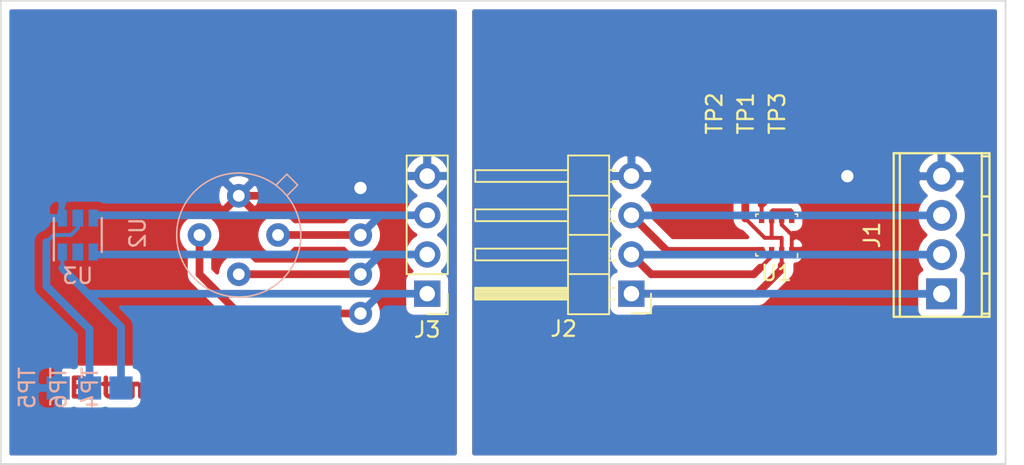
<source format=kicad_pcb>
(kicad_pcb (version 20171130) (host pcbnew 5.1.10-88a1d61d58~88~ubuntu20.04.1)

  (general
    (thickness 1.6)
    (drawings 8)
    (tracks 77)
    (zones 0)
    (modules 12)
    (nets 7)
  )

  (page A4)
  (title_block
    (date 2021-07-09)
  )

  (layers
    (0 F.Cu signal)
    (31 B.Cu signal)
    (32 B.Adhes user)
    (33 F.Adhes user)
    (34 B.Paste user)
    (35 F.Paste user)
    (36 B.SilkS user)
    (37 F.SilkS user)
    (38 B.Mask user)
    (39 F.Mask user)
    (40 Dwgs.User user)
    (41 Cmts.User user)
    (42 Eco1.User user)
    (43 Eco2.User user)
    (44 Edge.Cuts user)
    (45 Margin user)
    (46 B.CrtYd user)
    (47 F.CrtYd user)
    (48 B.Fab user)
    (49 F.Fab user)
  )

  (setup
    (last_trace_width 0.25)
    (user_trace_width 0.5)
    (trace_clearance 0.2)
    (zone_clearance 0.508)
    (zone_45_only no)
    (trace_min 0.2)
    (via_size 0.8)
    (via_drill 0.4)
    (via_min_size 0.4)
    (via_min_drill 0.3)
    (user_via 1.5 0.8)
    (uvia_size 0.3)
    (uvia_drill 0.1)
    (uvias_allowed no)
    (uvia_min_size 0.2)
    (uvia_min_drill 0.1)
    (edge_width 0.1)
    (segment_width 0.2)
    (pcb_text_width 0.3)
    (pcb_text_size 1.5 1.5)
    (mod_edge_width 0.15)
    (mod_text_size 1 1)
    (mod_text_width 0.15)
    (pad_size 1.524 1.524)
    (pad_drill 0.762)
    (pad_to_mask_clearance 0)
    (aux_axis_origin 0 0)
    (visible_elements FFFFFF7F)
    (pcbplotparams
      (layerselection 0x010fc_ffffffff)
      (usegerberextensions false)
      (usegerberattributes true)
      (usegerberadvancedattributes true)
      (creategerberjobfile true)
      (excludeedgelayer true)
      (linewidth 0.100000)
      (plotframeref false)
      (viasonmask false)
      (mode 1)
      (useauxorigin false)
      (hpglpennumber 1)
      (hpglpenspeed 20)
      (hpglpendiameter 15.000000)
      (psnegative false)
      (psa4output false)
      (plotreference true)
      (plotvalue true)
      (plotinvisibletext false)
      (padsonsilk false)
      (subtractmaskfromsilk false)
      (outputformat 1)
      (mirror false)
      (drillshape 1)
      (scaleselection 1)
      (outputdirectory ""))
  )

  (net 0 "")
  (net 1 GND)
  (net 2 SCL)
  (net 3 SDA)
  (net 4 3V3)
  (net 5 "Net-(TP1-Pad1)")
  (net 6 "Net-(TP6-Pad1)")

  (net_class Default "This is the default net class."
    (clearance 0.2)
    (trace_width 0.25)
    (via_dia 0.8)
    (via_drill 0.4)
    (uvia_dia 0.3)
    (uvia_drill 0.1)
    (add_net 3V3)
    (add_net GND)
    (add_net "Net-(TP1-Pad1)")
    (add_net "Net-(TP6-Pad1)")
    (add_net SCL)
    (add_net SDA)
  )

  (module local:MLX90614 (layer B.Cu) (tedit 60E95D2B) (tstamp 60E82A43)
    (at 120.396 90.17 90)
    (path /60E4AD0A)
    (fp_text reference U2 (at 0.127 -6.5405 90) (layer B.SilkS)
      (effects (font (size 1 1) (thickness 0.15)) (justify mirror))
    )
    (fp_text value MLX90614 (at 0.0635 5.9055 90) (layer B.Fab)
      (effects (font (size 1 1) (thickness 0.15)) (justify mirror))
    )
    (fp_circle (center 0 0) (end 3.81 -1.27) (layer B.SilkS) (width 0.1))
    (fp_line (start 2.54 3.1115) (end 3.2385 3.81) (layer B.SilkS) (width 0.1))
    (fp_line (start 3.2385 3.81) (end 3.937 3.1115) (layer B.SilkS) (width 0.1))
    (fp_line (start 3.937 3.1115) (end 3.2385 2.413) (layer B.SilkS) (width 0.1))
    (pad 4 thru_hole circle (at 2.54 0 90) (size 1.524 1.524) (drill 0.762) (layers *.Cu *.Mask)
      (net 1 GND))
    (pad 3 thru_hole circle (at 0 -2.54 90) (size 1.524 1.524) (drill 0.762) (layers *.Cu *.Mask)
      (net 4 3V3))
    (pad 2 thru_hole circle (at -2.54 0 90) (size 1.524 1.524) (drill 0.762) (layers *.Cu *.Mask)
      (net 3 SDA))
    (pad 1 thru_hole circle (at 0 2.54 90) (size 1.524 1.524) (drill 0.762) (layers *.Cu *.Mask)
      (net 2 SCL))
  )

  (module Pin_Headers:Pin_Header_Angled_1x04_Pitch2.54mm (layer F.Cu) (tedit 59650532) (tstamp 60E8425A)
    (at 145.796 93.97 180)
    (descr "Through hole angled pin header, 1x04, 2.54mm pitch, 6mm pin length, single row")
    (tags "Through hole angled pin header THT 1x04 2.54mm single row")
    (path /60E9548C)
    (fp_text reference J2 (at 4.385 -2.27) (layer F.SilkS)
      (effects (font (size 1 1) (thickness 0.15)))
    )
    (fp_text value Conn_01x04_Female (at 4.385 9.89) (layer F.Fab)
      (effects (font (size 1 1) (thickness 0.15)))
    )
    (fp_line (start 10.55 -1.8) (end -1.8 -1.8) (layer F.CrtYd) (width 0.05))
    (fp_line (start 10.55 9.4) (end 10.55 -1.8) (layer F.CrtYd) (width 0.05))
    (fp_line (start -1.8 9.4) (end 10.55 9.4) (layer F.CrtYd) (width 0.05))
    (fp_line (start -1.8 -1.8) (end -1.8 9.4) (layer F.CrtYd) (width 0.05))
    (fp_line (start -1.27 -1.27) (end 0 -1.27) (layer F.SilkS) (width 0.12))
    (fp_line (start -1.27 0) (end -1.27 -1.27) (layer F.SilkS) (width 0.12))
    (fp_line (start 1.042929 8) (end 1.44 8) (layer F.SilkS) (width 0.12))
    (fp_line (start 1.042929 7.24) (end 1.44 7.24) (layer F.SilkS) (width 0.12))
    (fp_line (start 10.1 8) (end 4.1 8) (layer F.SilkS) (width 0.12))
    (fp_line (start 10.1 7.24) (end 10.1 8) (layer F.SilkS) (width 0.12))
    (fp_line (start 4.1 7.24) (end 10.1 7.24) (layer F.SilkS) (width 0.12))
    (fp_line (start 1.44 6.35) (end 4.1 6.35) (layer F.SilkS) (width 0.12))
    (fp_line (start 1.042929 5.46) (end 1.44 5.46) (layer F.SilkS) (width 0.12))
    (fp_line (start 1.042929 4.7) (end 1.44 4.7) (layer F.SilkS) (width 0.12))
    (fp_line (start 10.1 5.46) (end 4.1 5.46) (layer F.SilkS) (width 0.12))
    (fp_line (start 10.1 4.7) (end 10.1 5.46) (layer F.SilkS) (width 0.12))
    (fp_line (start 4.1 4.7) (end 10.1 4.7) (layer F.SilkS) (width 0.12))
    (fp_line (start 1.44 3.81) (end 4.1 3.81) (layer F.SilkS) (width 0.12))
    (fp_line (start 1.042929 2.92) (end 1.44 2.92) (layer F.SilkS) (width 0.12))
    (fp_line (start 1.042929 2.16) (end 1.44 2.16) (layer F.SilkS) (width 0.12))
    (fp_line (start 10.1 2.92) (end 4.1 2.92) (layer F.SilkS) (width 0.12))
    (fp_line (start 10.1 2.16) (end 10.1 2.92) (layer F.SilkS) (width 0.12))
    (fp_line (start 4.1 2.16) (end 10.1 2.16) (layer F.SilkS) (width 0.12))
    (fp_line (start 1.44 1.27) (end 4.1 1.27) (layer F.SilkS) (width 0.12))
    (fp_line (start 1.11 0.38) (end 1.44 0.38) (layer F.SilkS) (width 0.12))
    (fp_line (start 1.11 -0.38) (end 1.44 -0.38) (layer F.SilkS) (width 0.12))
    (fp_line (start 4.1 0.28) (end 10.1 0.28) (layer F.SilkS) (width 0.12))
    (fp_line (start 4.1 0.16) (end 10.1 0.16) (layer F.SilkS) (width 0.12))
    (fp_line (start 4.1 0.04) (end 10.1 0.04) (layer F.SilkS) (width 0.12))
    (fp_line (start 4.1 -0.08) (end 10.1 -0.08) (layer F.SilkS) (width 0.12))
    (fp_line (start 4.1 -0.2) (end 10.1 -0.2) (layer F.SilkS) (width 0.12))
    (fp_line (start 4.1 -0.32) (end 10.1 -0.32) (layer F.SilkS) (width 0.12))
    (fp_line (start 10.1 0.38) (end 4.1 0.38) (layer F.SilkS) (width 0.12))
    (fp_line (start 10.1 -0.38) (end 10.1 0.38) (layer F.SilkS) (width 0.12))
    (fp_line (start 4.1 -0.38) (end 10.1 -0.38) (layer F.SilkS) (width 0.12))
    (fp_line (start 4.1 -1.33) (end 1.44 -1.33) (layer F.SilkS) (width 0.12))
    (fp_line (start 4.1 8.95) (end 4.1 -1.33) (layer F.SilkS) (width 0.12))
    (fp_line (start 1.44 8.95) (end 4.1 8.95) (layer F.SilkS) (width 0.12))
    (fp_line (start 1.44 -1.33) (end 1.44 8.95) (layer F.SilkS) (width 0.12))
    (fp_line (start 4.04 7.94) (end 10.04 7.94) (layer F.Fab) (width 0.1))
    (fp_line (start 10.04 7.3) (end 10.04 7.94) (layer F.Fab) (width 0.1))
    (fp_line (start 4.04 7.3) (end 10.04 7.3) (layer F.Fab) (width 0.1))
    (fp_line (start -0.32 7.94) (end 1.5 7.94) (layer F.Fab) (width 0.1))
    (fp_line (start -0.32 7.3) (end -0.32 7.94) (layer F.Fab) (width 0.1))
    (fp_line (start -0.32 7.3) (end 1.5 7.3) (layer F.Fab) (width 0.1))
    (fp_line (start 4.04 5.4) (end 10.04 5.4) (layer F.Fab) (width 0.1))
    (fp_line (start 10.04 4.76) (end 10.04 5.4) (layer F.Fab) (width 0.1))
    (fp_line (start 4.04 4.76) (end 10.04 4.76) (layer F.Fab) (width 0.1))
    (fp_line (start -0.32 5.4) (end 1.5 5.4) (layer F.Fab) (width 0.1))
    (fp_line (start -0.32 4.76) (end -0.32 5.4) (layer F.Fab) (width 0.1))
    (fp_line (start -0.32 4.76) (end 1.5 4.76) (layer F.Fab) (width 0.1))
    (fp_line (start 4.04 2.86) (end 10.04 2.86) (layer F.Fab) (width 0.1))
    (fp_line (start 10.04 2.22) (end 10.04 2.86) (layer F.Fab) (width 0.1))
    (fp_line (start 4.04 2.22) (end 10.04 2.22) (layer F.Fab) (width 0.1))
    (fp_line (start -0.32 2.86) (end 1.5 2.86) (layer F.Fab) (width 0.1))
    (fp_line (start -0.32 2.22) (end -0.32 2.86) (layer F.Fab) (width 0.1))
    (fp_line (start -0.32 2.22) (end 1.5 2.22) (layer F.Fab) (width 0.1))
    (fp_line (start 4.04 0.32) (end 10.04 0.32) (layer F.Fab) (width 0.1))
    (fp_line (start 10.04 -0.32) (end 10.04 0.32) (layer F.Fab) (width 0.1))
    (fp_line (start 4.04 -0.32) (end 10.04 -0.32) (layer F.Fab) (width 0.1))
    (fp_line (start -0.32 0.32) (end 1.5 0.32) (layer F.Fab) (width 0.1))
    (fp_line (start -0.32 -0.32) (end -0.32 0.32) (layer F.Fab) (width 0.1))
    (fp_line (start -0.32 -0.32) (end 1.5 -0.32) (layer F.Fab) (width 0.1))
    (fp_line (start 1.5 -0.635) (end 2.135 -1.27) (layer F.Fab) (width 0.1))
    (fp_line (start 1.5 8.89) (end 1.5 -0.635) (layer F.Fab) (width 0.1))
    (fp_line (start 4.04 8.89) (end 1.5 8.89) (layer F.Fab) (width 0.1))
    (fp_line (start 4.04 -1.27) (end 4.04 8.89) (layer F.Fab) (width 0.1))
    (fp_line (start 2.135 -1.27) (end 4.04 -1.27) (layer F.Fab) (width 0.1))
    (fp_text user %R (at 2.77 3.81 90) (layer F.Fab)
      (effects (font (size 1 1) (thickness 0.15)))
    )
    (pad 4 thru_hole oval (at 0 7.62 180) (size 1.7 1.7) (drill 1) (layers *.Cu *.Mask)
      (net 1 GND))
    (pad 3 thru_hole oval (at 0 5.08 180) (size 1.7 1.7) (drill 1) (layers *.Cu *.Mask)
      (net 2 SCL))
    (pad 2 thru_hole oval (at 0 2.54 180) (size 1.7 1.7) (drill 1) (layers *.Cu *.Mask)
      (net 3 SDA))
    (pad 1 thru_hole rect (at 0 0 180) (size 1.7 1.7) (drill 1) (layers *.Cu *.Mask)
      (net 4 3V3))
    (model ${KISYS3DMOD}/Pin_Headers.3dshapes/Pin_Header_Angled_1x04_Pitch2.54mm.wrl
      (at (xyz 0 0 0))
      (scale (xyz 1 1 1))
      (rotate (xyz 0 0 0))
    )
    (model ${KISYS3DMOD}/Connector_PinSocket_2.54mm.3dshapes/PinSocket_1x04_P2.54mm_Horizontal.wrl
      (offset (xyz 0 -7.5 0))
      (scale (xyz 1 1 1))
      (rotate (xyz 0 0 180))
    )
  )

  (module TerminalBlocks_Phoenix:TerminalBlock_Phoenix_MPT-2.54mm_4pol (layer F.Cu) (tedit 59FF0755) (tstamp 60E84309)
    (at 165.862 93.98 90)
    (descr "4-way 2.54mm pitch terminal block, Phoenix MPT series")
    (path /60E89144)
    (fp_text reference J1 (at 3.81 -4.50088 90) (layer F.SilkS)
      (effects (font (size 1 1) (thickness 0.15)))
    )
    (fp_text value "MCU Connection" (at 3.81 4.50088 90) (layer F.Fab)
      (effects (font (size 1 1) (thickness 0.15)))
    )
    (fp_line (start -1.78 -3.3) (end 9.4 -3.3) (layer F.CrtYd) (width 0.05))
    (fp_line (start -1.78 3.3) (end -1.78 -3.3) (layer F.CrtYd) (width 0.05))
    (fp_line (start 9.4 3.3) (end -1.78 3.3) (layer F.CrtYd) (width 0.05))
    (fp_line (start 9.4 -3.3) (end 9.4 3.3) (layer F.CrtYd) (width 0.05))
    (fp_line (start 9.11098 -3.0988) (end -1.49098 -3.0988) (layer F.SilkS) (width 0.15))
    (fp_line (start -1.49098 -2.70002) (end 9.11098 -2.70002) (layer F.SilkS) (width 0.15))
    (fp_line (start -1.49098 2.60096) (end 9.11098 2.60096) (layer F.SilkS) (width 0.15))
    (fp_line (start 9.11098 3.0988) (end -1.49098 3.0988) (layer F.SilkS) (width 0.15))
    (fp_line (start 6.30682 2.60096) (end 6.30682 3.0988) (layer F.SilkS) (width 0.15))
    (fp_line (start 3.81 2.60096) (end 3.81 3.0988) (layer F.SilkS) (width 0.15))
    (fp_line (start -1.28778 3.0988) (end -1.28778 2.60096) (layer F.SilkS) (width 0.15))
    (fp_line (start 8.91032 2.60096) (end 8.91032 3.0988) (layer F.SilkS) (width 0.15))
    (fp_line (start 1.31318 3.0988) (end 1.31318 2.60096) (layer F.SilkS) (width 0.15))
    (fp_line (start 9.10844 3.0988) (end 9.10844 -3.0988) (layer F.SilkS) (width 0.15))
    (fp_line (start -1.4859 -3.0988) (end -1.4859 3.0988) (layer F.SilkS) (width 0.15))
    (fp_text user %R (at 3.81 0 90) (layer F.Fab)
      (effects (font (size 1 1) (thickness 0.15)))
    )
    (pad 4 thru_hole oval (at 7.62 0 270) (size 1.99898 1.99898) (drill 1.09728) (layers *.Cu *.Mask)
      (net 1 GND))
    (pad 1 thru_hole rect (at 0 0 270) (size 1.99898 1.99898) (drill 1.09728) (layers *.Cu *.Mask)
      (net 4 3V3))
    (pad 2 thru_hole oval (at 2.54 0 270) (size 1.99898 1.99898) (drill 1.09728) (layers *.Cu *.Mask)
      (net 3 SDA))
    (pad 3 thru_hole oval (at 5.08 0 270) (size 1.99898 1.99898) (drill 1.09728) (layers *.Cu *.Mask)
      (net 2 SCL))
    (model ${KISYS3DMOD}/TerminalBlock_Phoenix.3dshapes/TerminalBlock_Phoenix_MPT-2.54mm_4pol.wrl
      (offset (xyz 3.809999942779541 0 0))
      (scale (xyz 1 1 1))
      (rotate (xyz 0 0 0))
    )
    (model ${KISYS3DMOD}/TerminalBlock_Phoenix.3dshapes/TerminalBlock_Phoenix_MPT-0,5-4-2.54_1x04_P2.54mm_Horizontal.step
      (at (xyz 0 0 0))
      (scale (xyz 1 1 1))
      (rotate (xyz 0 0 0))
    )
  )

  (module Pin_Headers:Pin_Header_Straight_1x04_Pitch2.54mm (layer F.Cu) (tedit 59650532) (tstamp 60E82BBA)
    (at 132.588 93.97 180)
    (descr "Through hole straight pin header, 1x04, 2.54mm pitch, single row")
    (tags "Through hole pin header THT 1x04 2.54mm single row")
    (path /60E95CD5)
    (fp_text reference J3 (at 0 -2.33) (layer F.SilkS)
      (effects (font (size 1 1) (thickness 0.15)))
    )
    (fp_text value Conn_01x04_Male (at 0 9.95) (layer F.Fab)
      (effects (font (size 1 1) (thickness 0.15)))
    )
    (fp_line (start 1.8 -1.8) (end -1.8 -1.8) (layer F.CrtYd) (width 0.05))
    (fp_line (start 1.8 9.4) (end 1.8 -1.8) (layer F.CrtYd) (width 0.05))
    (fp_line (start -1.8 9.4) (end 1.8 9.4) (layer F.CrtYd) (width 0.05))
    (fp_line (start -1.8 -1.8) (end -1.8 9.4) (layer F.CrtYd) (width 0.05))
    (fp_line (start -1.33 -1.33) (end 0 -1.33) (layer F.SilkS) (width 0.12))
    (fp_line (start -1.33 0) (end -1.33 -1.33) (layer F.SilkS) (width 0.12))
    (fp_line (start -1.33 1.27) (end 1.33 1.27) (layer F.SilkS) (width 0.12))
    (fp_line (start 1.33 1.27) (end 1.33 8.95) (layer F.SilkS) (width 0.12))
    (fp_line (start -1.33 1.27) (end -1.33 8.95) (layer F.SilkS) (width 0.12))
    (fp_line (start -1.33 8.95) (end 1.33 8.95) (layer F.SilkS) (width 0.12))
    (fp_line (start -1.27 -0.635) (end -0.635 -1.27) (layer F.Fab) (width 0.1))
    (fp_line (start -1.27 8.89) (end -1.27 -0.635) (layer F.Fab) (width 0.1))
    (fp_line (start 1.27 8.89) (end -1.27 8.89) (layer F.Fab) (width 0.1))
    (fp_line (start 1.27 -1.27) (end 1.27 8.89) (layer F.Fab) (width 0.1))
    (fp_line (start -0.635 -1.27) (end 1.27 -1.27) (layer F.Fab) (width 0.1))
    (fp_text user %R (at 0 3.81 90) (layer F.Fab)
      (effects (font (size 1 1) (thickness 0.15)))
    )
    (pad 4 thru_hole oval (at 0 7.62 180) (size 1.7 1.7) (drill 1) (layers *.Cu *.Mask)
      (net 1 GND))
    (pad 3 thru_hole oval (at 0 5.08 180) (size 1.7 1.7) (drill 1) (layers *.Cu *.Mask)
      (net 2 SCL))
    (pad 2 thru_hole oval (at 0 2.54 180) (size 1.7 1.7) (drill 1) (layers *.Cu *.Mask)
      (net 3 SDA))
    (pad 1 thru_hole rect (at 0 0 180) (size 1.7 1.7) (drill 1) (layers *.Cu *.Mask)
      (net 4 3V3))
    (model ${KISYS3DMOD}/Pin_Headers.3dshapes/Pin_Header_Straight_1x04_Pitch2.54mm.wrl
      (at (xyz 0 0 0))
      (scale (xyz 1 1 1))
      (rotate (xyz 0 0 0))
    )
    (model ${KISYS3DMOD}/Connector_PinHeader_2.54mm.3dshapes/PinHeader_1x04_P2.54mm_Vertical.step
      (at (xyz 0 0 0))
      (scale (xyz 1 1 1))
      (rotate (xyz 0 0 0))
    )
  )

  (module Measurement_Points:Measurement_Point_Square-SMD-Pad_Small (layer F.Cu) (tedit 56C36007) (tstamp 60E82BC3)
    (at 155.194 82.296 90)
    (descr "Mesurement Point, Square, SMD Pad,  1.5mm x 1.5mm,")
    (tags "Mesurement Point Square SMD Pad 1.5x1.5mm")
    (path /60E8DEC8)
    (attr virtual)
    (fp_text reference TP1 (at 0 -2 90) (layer F.SilkS)
      (effects (font (size 1 1) (thickness 0.15)))
    )
    (fp_text value TestPoint (at 0 2 90) (layer F.Fab)
      (effects (font (size 1 1) (thickness 0.15)))
    )
    (fp_line (start -1 -1) (end 1 -1) (layer F.CrtYd) (width 0.05))
    (fp_line (start 1 -1) (end 1 1) (layer F.CrtYd) (width 0.05))
    (fp_line (start 1 1) (end -1 1) (layer F.CrtYd) (width 0.05))
    (fp_line (start -1 1) (end -1 -1) (layer F.CrtYd) (width 0.05))
    (pad 1 smd rect (at 0 0 90) (size 1.5 1.5) (layers F.Cu F.Mask)
      (net 5 "Net-(TP1-Pad1)"))
  )

  (module Measurement_Points:Measurement_Point_Square-SMD-Pad_Small (layer F.Cu) (tedit 56C36007) (tstamp 60E82BCC)
    (at 153.162 82.296 90)
    (descr "Mesurement Point, Square, SMD Pad,  1.5mm x 1.5mm,")
    (tags "Mesurement Point Square SMD Pad 1.5x1.5mm")
    (path /60E9093E)
    (attr virtual)
    (fp_text reference TP2 (at 0 -2 90) (layer F.SilkS)
      (effects (font (size 1 1) (thickness 0.15)))
    )
    (fp_text value TestPoint (at 0 2 90) (layer F.Fab)
      (effects (font (size 1 1) (thickness 0.15)))
    )
    (fp_line (start -1 -1) (end 1 -1) (layer F.CrtYd) (width 0.05))
    (fp_line (start 1 -1) (end 1 1) (layer F.CrtYd) (width 0.05))
    (fp_line (start 1 1) (end -1 1) (layer F.CrtYd) (width 0.05))
    (fp_line (start -1 1) (end -1 -1) (layer F.CrtYd) (width 0.05))
    (pad 1 smd rect (at 0 0 90) (size 1.5 1.5) (layers F.Cu F.Mask)
      (net 4 3V3))
  )

  (module Measurement_Points:Measurement_Point_Square-SMD-Pad_Small (layer F.Cu) (tedit 56C36007) (tstamp 60E82BD5)
    (at 157.226 82.296 90)
    (descr "Mesurement Point, Square, SMD Pad,  1.5mm x 1.5mm,")
    (tags "Mesurement Point Square SMD Pad 1.5x1.5mm")
    (path /60E904D1)
    (attr virtual)
    (fp_text reference TP3 (at 0 -2 90) (layer F.SilkS)
      (effects (font (size 1 1) (thickness 0.15)))
    )
    (fp_text value TestPoint (at 0 2 90) (layer F.Fab)
      (effects (font (size 1 1) (thickness 0.15)))
    )
    (fp_line (start -1 1) (end -1 -1) (layer F.CrtYd) (width 0.05))
    (fp_line (start 1 1) (end -1 1) (layer F.CrtYd) (width 0.05))
    (fp_line (start 1 -1) (end 1 1) (layer F.CrtYd) (width 0.05))
    (fp_line (start -1 -1) (end 1 -1) (layer F.CrtYd) (width 0.05))
    (pad 1 smd rect (at 0 0 90) (size 1.5 1.5) (layers F.Cu F.Mask)
      (net 1 GND))
  )

  (module Measurement_Points:Measurement_Point_Square-SMD-Pad_Small (layer B.Cu) (tedit 56C36007) (tstamp 60E82BDE)
    (at 112.776 100.076 270)
    (descr "Mesurement Point, Square, SMD Pad,  1.5mm x 1.5mm,")
    (tags "Mesurement Point Square SMD Pad 1.5x1.5mm")
    (path /60E858B9)
    (attr virtual)
    (fp_text reference TP4 (at 0 2 90) (layer B.SilkS)
      (effects (font (size 1 1) (thickness 0.15)) (justify mirror))
    )
    (fp_text value TestPoint (at 0 -2 90) (layer B.Fab)
      (effects (font (size 1 1) (thickness 0.15)) (justify mirror))
    )
    (fp_line (start -1 -1) (end -1 1) (layer B.CrtYd) (width 0.05))
    (fp_line (start 1 -1) (end -1 -1) (layer B.CrtYd) (width 0.05))
    (fp_line (start 1 1) (end 1 -1) (layer B.CrtYd) (width 0.05))
    (fp_line (start -1 1) (end 1 1) (layer B.CrtYd) (width 0.05))
    (pad 1 smd rect (at 0 0 270) (size 1.5 1.5) (layers B.Cu B.Mask)
      (net 4 3V3))
  )

  (module Measurement_Points:Measurement_Point_Square-SMD-Pad_Small (layer B.Cu) (tedit 56C36007) (tstamp 60E82BE7)
    (at 108.712 100.076 270)
    (descr "Mesurement Point, Square, SMD Pad,  1.5mm x 1.5mm,")
    (tags "Mesurement Point Square SMD Pad 1.5x1.5mm")
    (path /60E84641)
    (attr virtual)
    (fp_text reference TP5 (at 0 2 90) (layer B.SilkS)
      (effects (font (size 1 1) (thickness 0.15)) (justify mirror))
    )
    (fp_text value TestPoint (at 0 -2 90) (layer B.Fab)
      (effects (font (size 1 1) (thickness 0.15)) (justify mirror))
    )
    (fp_line (start -1 1) (end 1 1) (layer B.CrtYd) (width 0.05))
    (fp_line (start 1 1) (end 1 -1) (layer B.CrtYd) (width 0.05))
    (fp_line (start 1 -1) (end -1 -1) (layer B.CrtYd) (width 0.05))
    (fp_line (start -1 -1) (end -1 1) (layer B.CrtYd) (width 0.05))
    (pad 1 smd rect (at 0 0 270) (size 1.5 1.5) (layers B.Cu B.Mask)
      (net 1 GND))
  )

  (module Measurement_Points:Measurement_Point_Square-SMD-Pad_Small (layer B.Cu) (tedit 56C36007) (tstamp 60E82BF0)
    (at 110.744 100.076 270)
    (descr "Mesurement Point, Square, SMD Pad,  1.5mm x 1.5mm,")
    (tags "Mesurement Point Square SMD Pad 1.5x1.5mm")
    (path /60E82B8A)
    (attr virtual)
    (fp_text reference TP6 (at 0 2 90) (layer B.SilkS)
      (effects (font (size 1 1) (thickness 0.15)) (justify mirror))
    )
    (fp_text value TestPoint (at 0 -2 90) (layer B.Fab)
      (effects (font (size 1 1) (thickness 0.15)) (justify mirror))
    )
    (fp_line (start -1 1) (end 1 1) (layer B.CrtYd) (width 0.05))
    (fp_line (start 1 1) (end 1 -1) (layer B.CrtYd) (width 0.05))
    (fp_line (start 1 -1) (end -1 -1) (layer B.CrtYd) (width 0.05))
    (fp_line (start -1 -1) (end -1 1) (layer B.CrtYd) (width 0.05))
    (pad 1 smd rect (at 0 0 270) (size 1.5 1.5) (layers B.Cu B.Mask)
      (net 6 "Net-(TP6-Pad1)"))
  )

  (module Housings_LGA:Bosch_LGA-8_2.5x2.5mm_Pitch0.65mm_ClockwisePinNumbering (layer F.Cu) (tedit 5A0FA816) (tstamp 60E84A29)
    (at 155.194 90.17 180)
    (descr LGA-8)
    (tags "lga land grid array")
    (path /60E40D52)
    (attr smd)
    (fp_text reference U1 (at 0.015 -2.465) (layer F.SilkS)
      (effects (font (size 1 1) (thickness 0.15)))
    )
    (fp_text value BME280 (at 0.015 2.535) (layer F.Fab)
      (effects (font (size 1 1) (thickness 0.15)))
    )
    (fp_line (start -1.35 1.36) (end -1.2 1.36) (layer F.SilkS) (width 0.1))
    (fp_line (start -1.25 -0.5) (end -0.5 -1.25) (layer F.Fab) (width 0.1))
    (fp_line (start -1.35 1.35) (end -1.35 1.2) (layer F.SilkS) (width 0.1))
    (fp_line (start 1.35 1.35) (end 1.35 1.2) (layer F.SilkS) (width 0.1))
    (fp_line (start 1.35 1.35) (end 1.2 1.35) (layer F.SilkS) (width 0.1))
    (fp_line (start 1.2 -1.35) (end 1.35 -1.35) (layer F.SilkS) (width 0.1))
    (fp_line (start 1.35 -1.35) (end 1.35 -1.2) (layer F.SilkS) (width 0.1))
    (fp_line (start -1.35 -1.2) (end -1.35 -1.45) (layer F.SilkS) (width 0.1))
    (fp_line (start -1.25 1.25) (end -1.25 -0.5) (layer F.Fab) (width 0.1))
    (fp_line (start -0.5 -1.25) (end 1.25 -1.25) (layer F.Fab) (width 0.1))
    (fp_line (start 1.25 -1.25) (end 1.25 1.25) (layer F.Fab) (width 0.1))
    (fp_line (start 1.25 1.25) (end -1.25 1.25) (layer F.Fab) (width 0.1))
    (fp_line (start -1.41 1.54) (end -1.41 -1.54) (layer F.CrtYd) (width 0.05))
    (fp_line (start -1.41 -1.54) (end 1.41 -1.54) (layer F.CrtYd) (width 0.05))
    (fp_line (start 1.41 -1.54) (end 1.41 1.54) (layer F.CrtYd) (width 0.05))
    (fp_line (start 1.41 1.54) (end -1.41 1.54) (layer F.CrtYd) (width 0.05))
    (fp_text user %R (at 0 0 180) (layer F.Fab)
      (effects (font (size 0.5 0.5) (thickness 0.075)))
    )
    (pad 4 smd rect (at 0.975 -1.025 270) (size 0.5 0.35) (layers F.Cu F.Paste F.Mask)
      (net 2 SCL))
    (pad 3 smd rect (at 0.325 -1.025 270) (size 0.5 0.35) (layers F.Cu F.Paste F.Mask)
      (net 3 SDA))
    (pad 2 smd rect (at -0.325 -1.025 270) (size 0.5 0.35) (layers F.Cu F.Paste F.Mask)
      (net 4 3V3))
    (pad 1 smd rect (at -0.975 -1.025 270) (size 0.5 0.35) (layers F.Cu F.Paste F.Mask)
      (net 1 GND))
    (pad 8 smd rect (at -0.975 1.025 270) (size 0.5 0.35) (layers F.Cu F.Paste F.Mask)
      (net 4 3V3))
    (pad 7 smd rect (at -0.325 1.025 270) (size 0.5 0.35) (layers F.Cu F.Paste F.Mask)
      (net 1 GND))
    (pad 6 smd rect (at 0.325 1.025 270) (size 0.5 0.35) (layers F.Cu F.Paste F.Mask)
      (net 4 3V3))
    (pad 5 smd rect (at 0.975 1.025 270) (size 0.5 0.35) (layers F.Cu F.Paste F.Mask)
      (net 5 "Net-(TP1-Pad1)"))
    (model ${KISYS3DMOD}/Housings_LGA.3dshapes/Bosch_LGA-8_2.5x2.5mm_Pitch0.65mm_ClockwisePinNumbering.wrl
      (offset (xyz 0.01500000025472259 -0.03500000059435272 0))
      (scale (xyz 1 1 1))
      (rotate (xyz 0 0 0))
    )
  )

  (module Opto-Devices:Broadcom_APDS-9301 (layer B.Cu) (tedit 59E698BC) (tstamp 60E82C23)
    (at 109.982 90.17)
    (descr "ambient light sensor, i2c interface, 6-pin chipled package, https://docs.broadcom.com/docs/AV02-2315EN")
    (tags "ambient light sensor chipled")
    (path /60E1CEA4)
    (attr smd)
    (fp_text reference U3 (at 0 2.65) (layer B.SilkS)
      (effects (font (size 1 1) (thickness 0.15)) (justify mirror))
    )
    (fp_text value APDS-9301 (at 0 -2.65) (layer B.Fab)
      (effects (font (size 1 1) (thickness 0.15)) (justify mirror))
    )
    (fp_line (start 1.1 -1.3) (end 1.1 1.3) (layer B.Fab) (width 0.15))
    (fp_line (start 1.1 1.3) (end -0.1 1.3) (layer B.Fab) (width 0.15))
    (fp_line (start -0.1 1.3) (end -1.1 0.3) (layer B.Fab) (width 0.15))
    (fp_line (start -1.1 0.3) (end -1.1 -1.3) (layer B.Fab) (width 0.15))
    (fp_line (start -1.1 -1.3) (end 1.1 -1.3) (layer B.Fab) (width 0.15))
    (fp_line (start 1.55 1.9) (end 1.55 -1.9) (layer B.CrtYd) (width 0.05))
    (fp_line (start 1.55 -1.9) (end -1.55 -1.9) (layer B.CrtYd) (width 0.05))
    (fp_line (start -1.55 -1.9) (end -1.55 1.9) (layer B.CrtYd) (width 0.05))
    (fp_line (start -1.55 1.9) (end 1.55 1.9) (layer B.CrtYd) (width 0.05))
    (fp_line (start -1.55 1.65) (end -1.55 -1.1) (layer B.SilkS) (width 0.15))
    (fp_line (start 1.55 1.1) (end 1.55 -1.1) (layer B.SilkS) (width 0.15))
    (fp_text user %R (at 0 0) (layer B.Fab)
      (effects (font (size 0.5 0.5) (thickness 0.08)) (justify mirror))
    )
    (pad 5 smd rect (at 1 1.1) (size 0.6 1.1) (layers B.Cu B.Paste B.Mask)
      (net 3 SDA))
    (pad 6 smd rect (at 0 1.1) (size 0.7 1.1) (layers B.Cu B.Paste B.Mask))
    (pad 1 smd rect (at -1 1.1) (size 0.6 1.1) (layers B.Cu B.Paste B.Mask)
      (net 4 3V3))
    (pad 2 smd rect (at -1 -1.1) (size 0.6 1.1) (layers B.Cu B.Paste B.Mask)
      (net 1 GND))
    (pad 3 smd rect (at 0 -1.1) (size 0.7 1.1) (layers B.Cu B.Paste B.Mask)
      (net 6 "Net-(TP6-Pad1)"))
    (pad 4 smd rect (at 1 -1.1) (size 0.6 1.1) (layers B.Cu B.Paste B.Mask)
      (net 2 SCL))
    (model ${KISYS3DMOD}/Opto-Devices.3dshapes/Broadcom_APDS-9301.wrl
      (at (xyz 0 0 0))
      (scale (xyz 1 1 1))
      (rotate (xyz 0 0 0))
    )
  )

  (gr_text "Extention Sensor Board" (at 120.142 100.076) (layer F.Cu)
    (effects (font (size 1.2 1.2) (thickness 0.3)))
  )
  (gr_text "Personal Weather Station" (at 119.888 78.486) (layer F.Cu)
    (effects (font (size 1.2 1.2) (thickness 0.3)))
  )
  (gr_text "Main Sensor Board" (at 152.4 100.076) (layer F.Cu)
    (effects (font (size 1.2 1.2) (thickness 0.3)))
  )
  (gr_text "Personal Weather Station" (at 152.654 78.232) (layer F.Cu)
    (effects (font (size 1.2 1.2) (thickness 0.3)))
  )
  (gr_line (start 105 105) (end 105 75) (layer Edge.Cuts) (width 0.1) (tstamp 60E82F00))
  (gr_line (start 170 105) (end 105 105) (layer Edge.Cuts) (width 0.1))
  (gr_line (start 170 75) (end 170 105) (layer Edge.Cuts) (width 0.1))
  (gr_line (start 105 75) (end 170 75) (layer Edge.Cuts) (width 0.1))

  (segment (start 156.169 90.155002) (end 155.519 89.505002) (width 0.25) (layer F.Cu) (net 1))
  (segment (start 155.519 89.505002) (end 155.519 89.145) (width 0.25) (layer F.Cu) (net 1))
  (segment (start 156.169 91.195) (end 156.169 90.155002) (width 0.25) (layer F.Cu) (net 1))
  (via (at 159.766 86.36) (size 1.5) (drill 0.8) (layers F.Cu B.Cu) (net 1))
  (segment (start 158.496 86.36) (end 157.226 85.09) (width 0.5) (layer F.Cu) (net 1))
  (segment (start 157.226 85.09) (end 157.226 82.296) (width 0.5) (layer F.Cu) (net 1))
  (segment (start 159.766 86.36) (end 158.496 86.36) (width 0.5) (layer F.Cu) (net 1))
  (segment (start 165.862 86.36) (end 159.766 86.36) (width 0.25) (layer B.Cu) (net 1))
  (via (at 128.27 87.122) (size 1.5) (drill 0.8) (layers F.Cu B.Cu) (net 1))
  (segment (start 129.042 86.35) (end 128.27 87.122) (width 0.5) (layer B.Cu) (net 1))
  (segment (start 132.588 86.35) (end 129.042 86.35) (width 0.5) (layer B.Cu) (net 1))
  (segment (start 127.762 87.63) (end 128.27 87.122) (width 0.25) (layer F.Cu) (net 1))
  (segment (start 120.396 87.63) (end 127.762 87.63) (width 0.5) (layer F.Cu) (net 1))
  (segment (start 159.756 86.35) (end 159.766 86.36) (width 0.5) (layer B.Cu) (net 1))
  (segment (start 145.796 86.35) (end 159.756 86.35) (width 0.5) (layer B.Cu) (net 1))
  (segment (start 111.162 88.89) (end 110.982 89.07) (width 0.5) (layer B.Cu) (net 2))
  (segment (start 132.588 88.89) (end 111.162 88.89) (width 0.5) (layer B.Cu) (net 2))
  (via (at 128.27 90.17) (size 1.5) (drill 0.8) (layers F.Cu B.Cu) (net 2))
  (segment (start 128.27 90.17) (end 122.936 90.17) (width 0.5) (layer F.Cu) (net 2))
  (segment (start 132.588 88.89) (end 129.55 88.89) (width 0.25) (layer B.Cu) (net 2))
  (segment (start 129.55 88.89) (end 128.27 90.17) (width 0.5) (layer B.Cu) (net 2))
  (segment (start 145.806 88.9) (end 145.796 88.89) (width 0.5) (layer B.Cu) (net 2))
  (segment (start 165.862 88.9) (end 145.806 88.9) (width 0.5) (layer B.Cu) (net 2))
  (segment (start 148.101 91.195) (end 145.796 88.89) (width 0.5) (layer F.Cu) (net 2))
  (segment (start 154.219 91.195) (end 148.101 91.195) (width 0.5) (layer F.Cu) (net 2))
  (segment (start 111.142 91.43) (end 110.982 91.27) (width 0.5) (layer B.Cu) (net 3))
  (segment (start 132.588 91.43) (end 111.142 91.43) (width 0.5) (layer B.Cu) (net 3))
  (via (at 128.27 92.71) (size 1.5) (drill 0.8) (layers F.Cu B.Cu) (net 3))
  (segment (start 128.27 92.71) (end 120.396 92.71) (width 0.5) (layer F.Cu) (net 3))
  (segment (start 132.588 91.43) (end 129.55 91.43) (width 0.25) (layer B.Cu) (net 3))
  (segment (start 129.55 91.43) (end 128.27 92.71) (width 0.5) (layer B.Cu) (net 3))
  (segment (start 145.806 91.44) (end 145.796 91.43) (width 0.5) (layer B.Cu) (net 3))
  (segment (start 165.862 91.44) (end 145.806 91.44) (width 0.5) (layer B.Cu) (net 3))
  (segment (start 154.144004 92.279999) (end 154.869 91.555003) (width 0.25) (layer F.Cu) (net 3))
  (segment (start 154.869 91.555003) (end 154.869 91.195) (width 0.25) (layer F.Cu) (net 3))
  (segment (start 153.714003 92.71) (end 154.144004 92.279999) (width 0.5) (layer F.Cu) (net 3))
  (segment (start 147.076 92.71) (end 153.714003 92.71) (width 0.5) (layer F.Cu) (net 3))
  (segment (start 145.796 91.43) (end 147.076 92.71) (width 0.5) (layer F.Cu) (net 3))
  (segment (start 108.982 92.32) (end 108.982 91.27) (width 0.25) (layer B.Cu) (net 4))
  (segment (start 110.632 93.97) (end 108.982 92.32) (width 0.5) (layer B.Cu) (net 4))
  (segment (start 132.588 93.97) (end 110.632 93.97) (width 0.5) (layer B.Cu) (net 4))
  (segment (start 112.776 96.114) (end 110.632 93.97) (width 0.5) (layer B.Cu) (net 4))
  (segment (start 112.776 100.076) (end 112.776 96.114) (width 0.5) (layer B.Cu) (net 4))
  (via (at 128.27 95.25) (size 1.5) (drill 0.8) (layers F.Cu B.Cu) (net 4))
  (segment (start 120.396 95.25) (end 117.856 92.71) (width 0.5) (layer F.Cu) (net 4))
  (segment (start 117.856 92.71) (end 117.856 90.17) (width 0.5) (layer F.Cu) (net 4))
  (segment (start 128.27 95.25) (end 120.396 95.25) (width 0.5) (layer F.Cu) (net 4))
  (segment (start 129.55 93.97) (end 128.27 95.25) (width 0.5) (layer B.Cu) (net 4))
  (segment (start 153.162 89.098002) (end 153.162 82.296) (width 0.5) (layer F.Cu) (net 4))
  (segment (start 154.416998 90.353) (end 153.162 89.098002) (width 0.25) (layer F.Cu) (net 4))
  (segment (start 155.519 91.195) (end 155.519 90.353) (width 0.25) (layer F.Cu) (net 4))
  (segment (start 165.862 93.98) (end 159.766 93.98) (width 0.5) (layer B.Cu) (net 4))
  (segment (start 159.756 93.97) (end 159.766 93.98) (width 0.5) (layer B.Cu) (net 4))
  (segment (start 145.796 93.97) (end 159.756 93.97) (width 0.5) (layer B.Cu) (net 4))
  (segment (start 154.869 88.645) (end 154.869 89.145) (width 0.25) (layer F.Cu) (net 4))
  (segment (start 154.944001 88.569999) (end 154.869 88.645) (width 0.25) (layer F.Cu) (net 4))
  (segment (start 156.093999 88.569999) (end 154.944001 88.569999) (width 0.25) (layer F.Cu) (net 4))
  (segment (start 156.169 88.645) (end 156.093999 88.569999) (width 0.25) (layer F.Cu) (net 4))
  (segment (start 156.169 89.145) (end 156.169 88.645) (width 0.25) (layer F.Cu) (net 4))
  (segment (start 154.869 89.145) (end 154.869 90.241) (width 0.25) (layer F.Cu) (net 4))
  (segment (start 154.869 90.241) (end 154.757 90.353) (width 0.25) (layer F.Cu) (net 4))
  (segment (start 154.757 90.353) (end 154.416998 90.353) (width 0.25) (layer F.Cu) (net 4))
  (segment (start 155.519 90.353) (end 154.757 90.353) (width 0.25) (layer F.Cu) (net 4))
  (segment (start 155.519 91.195) (end 155.519 92.131) (width 0.25) (layer F.Cu) (net 4))
  (segment (start 153.934 93.97) (end 145.796 93.97) (width 0.5) (layer F.Cu) (net 4))
  (segment (start 155.519 92.385) (end 153.934 93.97) (width 0.5) (layer F.Cu) (net 4))
  (segment (start 155.519 92.131) (end 155.519 92.385) (width 0.5) (layer F.Cu) (net 4))
  (segment (start 154.219 89.145) (end 154.219 88.179) (width 0.25) (layer F.Cu) (net 5))
  (segment (start 154.219 88.179) (end 155.194 87.204) (width 0.5) (layer F.Cu) (net 5))
  (segment (start 155.194 87.204) (end 155.194 82.296) (width 0.5) (layer F.Cu) (net 5))
  (segment (start 109.542002 90.17) (end 108.421998 90.17) (width 0.25) (layer B.Cu) (net 6))
  (segment (start 109.982 89.730002) (end 109.542002 90.17) (width 0.25) (layer B.Cu) (net 6))
  (segment (start 108.421998 90.17) (end 107.95 90.641998) (width 0.25) (layer B.Cu) (net 6))
  (segment (start 109.982 89.07) (end 109.982 89.730002) (width 0.25) (layer B.Cu) (net 6))
  (segment (start 110.744 96.266) (end 110.744 100.076) (width 0.5) (layer B.Cu) (net 6))
  (segment (start 107.95 93.472) (end 110.744 96.266) (width 0.5) (layer B.Cu) (net 6))
  (segment (start 107.95 90.641998) (end 107.95 93.472) (width 0.5) (layer B.Cu) (net 6))

  (zone (net 1) (net_name GND) (layer F.Cu) (tstamp 0) (hatch edge 0.508)
    (connect_pads (clearance 0.508))
    (min_thickness 0.254)
    (fill yes (arc_segments 32) (thermal_gap 0.508) (thermal_bridge_width 0.508))
    (polygon
      (pts
        (xy 170 105) (xy 105 105) (xy 105 75) (xy 170 75)
      )
    )
    (filled_polygon
      (pts
        (xy 134.373 104.315) (xy 105.685 104.315) (xy 105.685 98.502) (xy 108.671286 98.502) (xy 108.671286 101.872)
        (xy 131.612715 101.872) (xy 131.612715 98.502) (xy 108.671286 98.502) (xy 105.685 98.502) (xy 105.685 90.032408)
        (xy 116.459 90.032408) (xy 116.459 90.307592) (xy 116.512686 90.57749) (xy 116.617995 90.831727) (xy 116.77088 91.060535)
        (xy 116.965465 91.25512) (xy 116.971001 91.258819) (xy 116.971 92.666531) (xy 116.966719 92.71) (xy 116.971 92.753469)
        (xy 116.971 92.753476) (xy 116.983805 92.883489) (xy 117.034411 93.050312) (xy 117.116589 93.204058) (xy 117.227183 93.338817)
        (xy 117.260954 93.366532) (xy 119.73947 95.845049) (xy 119.767183 95.878817) (xy 119.800951 95.90653) (xy 119.800953 95.906532)
        (xy 119.872452 95.96521) (xy 119.901941 95.989411) (xy 120.055687 96.071589) (xy 120.22251 96.122195) (xy 120.352523 96.135)
        (xy 120.352533 96.135) (xy 120.395999 96.139281) (xy 120.439465 96.135) (xy 127.196315 96.135) (xy 127.387114 96.325799)
        (xy 127.613957 96.477371) (xy 127.866011 96.581775) (xy 128.133589 96.635) (xy 128.406411 96.635) (xy 128.673989 96.581775)
        (xy 128.926043 96.477371) (xy 129.152886 96.325799) (xy 129.345799 96.132886) (xy 129.497371 95.906043) (xy 129.601775 95.653989)
        (xy 129.655 95.386411) (xy 129.655 95.113589) (xy 129.601775 94.846011) (xy 129.497371 94.593957) (xy 129.345799 94.367114)
        (xy 129.152886 94.174201) (xy 128.926043 94.022629) (xy 128.823127 93.98) (xy 128.926043 93.937371) (xy 129.152886 93.785799)
        (xy 129.345799 93.592886) (xy 129.497371 93.366043) (xy 129.599285 93.12) (xy 131.099928 93.12) (xy 131.099928 94.82)
        (xy 131.112188 94.944482) (xy 131.148498 95.06418) (xy 131.207463 95.174494) (xy 131.286815 95.271185) (xy 131.383506 95.350537)
        (xy 131.49382 95.409502) (xy 131.613518 95.445812) (xy 131.738 95.458072) (xy 133.438 95.458072) (xy 133.562482 95.445812)
        (xy 133.68218 95.409502) (xy 133.792494 95.350537) (xy 133.889185 95.271185) (xy 133.968537 95.174494) (xy 134.027502 95.06418)
        (xy 134.063812 94.944482) (xy 134.076072 94.82) (xy 134.076072 93.12) (xy 134.063812 92.995518) (xy 134.027502 92.87582)
        (xy 133.968537 92.765506) (xy 133.889185 92.668815) (xy 133.792494 92.589463) (xy 133.68218 92.530498) (xy 133.60962 92.508487)
        (xy 133.741475 92.376632) (xy 133.90399 92.133411) (xy 134.015932 91.863158) (xy 134.073 91.57626) (xy 134.073 91.28374)
        (xy 134.015932 90.996842) (xy 133.90399 90.726589) (xy 133.741475 90.483368) (xy 133.534632 90.276525) (xy 133.36024 90.16)
        (xy 133.534632 90.043475) (xy 133.741475 89.836632) (xy 133.90399 89.593411) (xy 134.015932 89.323158) (xy 134.073 89.03626)
        (xy 134.073 88.74374) (xy 134.015932 88.456842) (xy 133.90399 88.186589) (xy 133.741475 87.943368) (xy 133.534632 87.736525)
        (xy 133.352466 87.614805) (xy 133.469355 87.545178) (xy 133.685588 87.350269) (xy 133.859641 87.11692) (xy 133.984825 86.854099)
        (xy 134.029476 86.70689) (xy 133.908155 86.477) (xy 132.715 86.477) (xy 132.715 86.497) (xy 132.461 86.497)
        (xy 132.461 86.477) (xy 131.267845 86.477) (xy 131.146524 86.70689) (xy 131.191175 86.854099) (xy 131.316359 87.11692)
        (xy 131.490412 87.350269) (xy 131.706645 87.545178) (xy 131.823534 87.614805) (xy 131.641368 87.736525) (xy 131.434525 87.943368)
        (xy 131.27201 88.186589) (xy 131.160068 88.456842) (xy 131.103 88.74374) (xy 131.103 89.03626) (xy 131.160068 89.323158)
        (xy 131.27201 89.593411) (xy 131.434525 89.836632) (xy 131.641368 90.043475) (xy 131.81576 90.16) (xy 131.641368 90.276525)
        (xy 131.434525 90.483368) (xy 131.27201 90.726589) (xy 131.160068 90.996842) (xy 131.103 91.28374) (xy 131.103 91.57626)
        (xy 131.160068 91.863158) (xy 131.27201 92.133411) (xy 131.434525 92.376632) (xy 131.56638 92.508487) (xy 131.49382 92.530498)
        (xy 131.383506 92.589463) (xy 131.286815 92.668815) (xy 131.207463 92.765506) (xy 131.148498 92.87582) (xy 131.112188 92.995518)
        (xy 131.099928 93.12) (xy 129.599285 93.12) (xy 129.601775 93.113989) (xy 129.655 92.846411) (xy 129.655 92.573589)
        (xy 129.601775 92.306011) (xy 129.497371 92.053957) (xy 129.345799 91.827114) (xy 129.152886 91.634201) (xy 128.926043 91.482629)
        (xy 128.823127 91.44) (xy 128.926043 91.397371) (xy 129.152886 91.245799) (xy 129.345799 91.052886) (xy 129.497371 90.826043)
        (xy 129.601775 90.573989) (xy 129.655 90.306411) (xy 129.655 90.033589) (xy 129.601775 89.766011) (xy 129.497371 89.513957)
        (xy 129.345799 89.287114) (xy 129.152886 89.094201) (xy 128.926043 88.942629) (xy 128.673989 88.838225) (xy 128.406411 88.785)
        (xy 128.133589 88.785) (xy 127.866011 88.838225) (xy 127.613957 88.942629) (xy 127.387114 89.094201) (xy 127.196315 89.285)
        (xy 124.024818 89.285) (xy 124.02112 89.279465) (xy 123.826535 89.08488) (xy 123.597727 88.931995) (xy 123.34349 88.826686)
        (xy 123.073592 88.773) (xy 122.798408 88.773) (xy 122.52851 88.826686) (xy 122.274273 88.931995) (xy 122.045465 89.08488)
        (xy 121.85088 89.279465) (xy 121.697995 89.508273) (xy 121.592686 89.76251) (xy 121.539 90.032408) (xy 121.539 90.307592)
        (xy 121.592686 90.57749) (xy 121.697995 90.831727) (xy 121.85088 91.060535) (xy 122.045465 91.25512) (xy 122.274273 91.408005)
        (xy 122.52851 91.513314) (xy 122.798408 91.567) (xy 123.073592 91.567) (xy 123.34349 91.513314) (xy 123.597727 91.408005)
        (xy 123.826535 91.25512) (xy 124.02112 91.060535) (xy 124.024818 91.055) (xy 127.196315 91.055) (xy 127.387114 91.245799)
        (xy 127.613957 91.397371) (xy 127.716873 91.44) (xy 127.613957 91.482629) (xy 127.387114 91.634201) (xy 127.196315 91.825)
        (xy 121.484818 91.825) (xy 121.48112 91.819465) (xy 121.286535 91.62488) (xy 121.057727 91.471995) (xy 120.80349 91.366686)
        (xy 120.533592 91.313) (xy 120.258408 91.313) (xy 119.98851 91.366686) (xy 119.734273 91.471995) (xy 119.505465 91.62488)
        (xy 119.31088 91.819465) (xy 119.157995 92.048273) (xy 119.052686 92.30251) (xy 118.999 92.572408) (xy 118.999 92.601422)
        (xy 118.741 92.343422) (xy 118.741 91.258818) (xy 118.746535 91.25512) (xy 118.94112 91.060535) (xy 119.094005 90.831727)
        (xy 119.199314 90.57749) (xy 119.253 90.307592) (xy 119.253 90.032408) (xy 119.199314 89.76251) (xy 119.094005 89.508273)
        (xy 118.94112 89.279465) (xy 118.746535 89.08488) (xy 118.517727 88.931995) (xy 118.26349 88.826686) (xy 117.993592 88.773)
        (xy 117.718408 88.773) (xy 117.44851 88.826686) (xy 117.194273 88.931995) (xy 116.965465 89.08488) (xy 116.77088 89.279465)
        (xy 116.617995 89.508273) (xy 116.512686 89.76251) (xy 116.459 90.032408) (xy 105.685 90.032408) (xy 105.685 88.595565)
        (xy 119.61004 88.595565) (xy 119.67702 88.835656) (xy 119.926048 88.952756) (xy 120.193135 89.019023) (xy 120.468017 89.03191)
        (xy 120.740133 88.990922) (xy 120.999023 88.897636) (xy 121.11498 88.835656) (xy 121.18196 88.595565) (xy 120.396 87.809605)
        (xy 119.61004 88.595565) (xy 105.685 88.595565) (xy 105.685 87.702017) (xy 118.99409 87.702017) (xy 119.035078 87.974133)
        (xy 119.128364 88.233023) (xy 119.190344 88.34898) (xy 119.430435 88.41596) (xy 120.216395 87.63) (xy 120.575605 87.63)
        (xy 121.361565 88.41596) (xy 121.601656 88.34898) (xy 121.718756 88.099952) (xy 121.785023 87.832865) (xy 121.79791 87.557983)
        (xy 121.756922 87.285867) (xy 121.663636 87.026977) (xy 121.601656 86.91102) (xy 121.361565 86.84404) (xy 120.575605 87.63)
        (xy 120.216395 87.63) (xy 119.430435 86.84404) (xy 119.190344 86.91102) (xy 119.073244 87.160048) (xy 119.006977 87.427135)
        (xy 118.99409 87.702017) (xy 105.685 87.702017) (xy 105.685 86.664435) (xy 119.61004 86.664435) (xy 120.396 87.450395)
        (xy 121.18196 86.664435) (xy 121.11498 86.424344) (xy 120.865952 86.307244) (xy 120.598865 86.240977) (xy 120.323983 86.22809)
        (xy 120.051867 86.269078) (xy 119.792977 86.362364) (xy 119.67702 86.424344) (xy 119.61004 86.664435) (xy 105.685 86.664435)
        (xy 105.685 85.99311) (xy 131.146524 85.99311) (xy 131.267845 86.223) (xy 132.461 86.223) (xy 132.461 85.029186)
        (xy 132.715 85.029186) (xy 132.715 86.223) (xy 133.908155 86.223) (xy 134.029476 85.99311) (xy 133.984825 85.845901)
        (xy 133.859641 85.58308) (xy 133.685588 85.349731) (xy 133.469355 85.154822) (xy 133.219252 85.005843) (xy 132.944891 84.908519)
        (xy 132.715 85.029186) (xy 132.461 85.029186) (xy 132.231109 84.908519) (xy 131.956748 85.005843) (xy 131.706645 85.154822)
        (xy 131.490412 85.349731) (xy 131.316359 85.58308) (xy 131.191175 85.845901) (xy 131.146524 85.99311) (xy 105.685 85.99311)
        (xy 105.685 76.912) (xy 107.588715 76.912) (xy 107.588715 80.282) (xy 132.187286 80.282) (xy 132.187286 76.912)
        (xy 107.588715 76.912) (xy 105.685 76.912) (xy 105.685 75.685) (xy 134.373 75.685)
      )
    )
    (filled_polygon
      (pts
        (xy 169.315001 104.315) (xy 135.627 104.315) (xy 135.627 98.502) (xy 143.015 98.502) (xy 143.015 101.872)
        (xy 161.785 101.872) (xy 161.785 98.502) (xy 143.015 98.502) (xy 135.627 98.502) (xy 135.627 93.12)
        (xy 144.307928 93.12) (xy 144.307928 94.82) (xy 144.320188 94.944482) (xy 144.356498 95.06418) (xy 144.415463 95.174494)
        (xy 144.494815 95.271185) (xy 144.591506 95.350537) (xy 144.70182 95.409502) (xy 144.821518 95.445812) (xy 144.946 95.458072)
        (xy 146.646 95.458072) (xy 146.770482 95.445812) (xy 146.89018 95.409502) (xy 147.000494 95.350537) (xy 147.097185 95.271185)
        (xy 147.176537 95.174494) (xy 147.235502 95.06418) (xy 147.271812 94.944482) (xy 147.280625 94.855) (xy 153.890531 94.855)
        (xy 153.934 94.859281) (xy 153.977469 94.855) (xy 153.977477 94.855) (xy 154.10749 94.842195) (xy 154.274313 94.791589)
        (xy 154.428059 94.709411) (xy 154.562817 94.598817) (xy 154.590534 94.565044) (xy 156.114049 93.04153) (xy 156.147817 93.013817)
        (xy 156.175151 92.98051) (xy 164.224438 92.98051) (xy 164.224438 94.97949) (xy 164.236698 95.103972) (xy 164.273008 95.22367)
        (xy 164.331973 95.333984) (xy 164.411325 95.430675) (xy 164.508016 95.510027) (xy 164.61833 95.568992) (xy 164.738028 95.605302)
        (xy 164.86251 95.617562) (xy 166.86149 95.617562) (xy 166.985972 95.605302) (xy 167.10567 95.568992) (xy 167.215984 95.510027)
        (xy 167.312675 95.430675) (xy 167.392027 95.333984) (xy 167.450992 95.22367) (xy 167.487302 95.103972) (xy 167.499562 94.97949)
        (xy 167.499562 92.98051) (xy 167.487302 92.856028) (xy 167.450992 92.73633) (xy 167.392027 92.626016) (xy 167.312675 92.529325)
        (xy 167.215984 92.449973) (xy 167.169533 92.425144) (xy 167.310467 92.214222) (xy 167.433678 91.916763) (xy 167.49649 91.600983)
        (xy 167.49649 91.279017) (xy 167.433678 90.963237) (xy 167.310467 90.665778) (xy 167.131592 90.398073) (xy 166.903927 90.170408)
        (xy 166.903316 90.17) (xy 166.903927 90.169592) (xy 167.131592 89.941927) (xy 167.310467 89.674222) (xy 167.433678 89.376763)
        (xy 167.49649 89.060983) (xy 167.49649 88.739017) (xy 167.433678 88.423237) (xy 167.310467 88.125778) (xy 167.131592 87.858073)
        (xy 166.903927 87.630408) (xy 166.890546 87.621467) (xy 166.972409 87.559401) (xy 167.185064 87.319725) (xy 167.346875 87.043167)
        (xy 167.451623 86.740355) (xy 167.332803 86.487) (xy 165.989 86.487) (xy 165.989 86.507) (xy 165.735 86.507)
        (xy 165.735 86.487) (xy 164.391197 86.487) (xy 164.272377 86.740355) (xy 164.377125 87.043167) (xy 164.538936 87.319725)
        (xy 164.751591 87.559401) (xy 164.833454 87.621467) (xy 164.820073 87.630408) (xy 164.592408 87.858073) (xy 164.413533 88.125778)
        (xy 164.290322 88.423237) (xy 164.22751 88.739017) (xy 164.22751 89.060983) (xy 164.290322 89.376763) (xy 164.413533 89.674222)
        (xy 164.592408 89.941927) (xy 164.820073 90.169592) (xy 164.820684 90.17) (xy 164.820073 90.170408) (xy 164.592408 90.398073)
        (xy 164.413533 90.665778) (xy 164.290322 90.963237) (xy 164.22751 91.279017) (xy 164.22751 91.600983) (xy 164.290322 91.916763)
        (xy 164.413533 92.214222) (xy 164.554467 92.425144) (xy 164.508016 92.449973) (xy 164.411325 92.529325) (xy 164.331973 92.626016)
        (xy 164.273008 92.73633) (xy 164.236698 92.856028) (xy 164.224438 92.98051) (xy 156.175151 92.98051) (xy 156.258411 92.879059)
        (xy 156.340589 92.725313) (xy 156.391195 92.558489) (xy 156.404 92.428476) (xy 156.404 92.428467) (xy 156.408281 92.385001)
        (xy 156.404 92.341535) (xy 156.404 92.087523) (xy 156.402945 92.076813) (xy 156.485932 92.067086) (xy 156.604568 92.027443)
        (xy 156.71319 91.965417) (xy 156.807625 91.883392) (xy 156.884243 91.78452) (xy 156.940099 91.6726) (xy 156.973048 91.551934)
        (xy 156.979 91.47675) (xy 156.82025 91.318) (xy 156.332072 91.318) (xy 156.332072 91.072) (xy 156.82025 91.072)
        (xy 156.979 90.91325) (xy 156.973048 90.838066) (xy 156.940099 90.7174) (xy 156.884243 90.60548) (xy 156.807625 90.506608)
        (xy 156.71319 90.424583) (xy 156.604568 90.362557) (xy 156.485932 90.322914) (xy 156.37575 90.31) (xy 156.296002 90.389748)
        (xy 156.296002 90.31) (xy 156.278442 90.31) (xy 156.268003 90.204014) (xy 156.224546 90.060753) (xy 156.20975 90.033072)
        (xy 156.344 90.033072) (xy 156.468482 90.020812) (xy 156.58818 89.984502) (xy 156.698494 89.925537) (xy 156.795185 89.846185)
        (xy 156.874537 89.749494) (xy 156.933502 89.63918) (xy 156.969812 89.519482) (xy 156.982072 89.395) (xy 156.982072 88.895)
        (xy 156.969812 88.770518) (xy 156.933502 88.65082) (xy 156.93232 88.648609) (xy 156.932676 88.644999) (xy 156.929 88.607677)
        (xy 156.929 88.607667) (xy 156.918003 88.496014) (xy 156.874546 88.352753) (xy 156.803974 88.220724) (xy 156.709001 88.104999)
        (xy 156.680001 88.081199) (xy 156.657801 88.058999) (xy 156.634 88.029998) (xy 156.518275 87.935025) (xy 156.386246 87.864453)
        (xy 156.242985 87.820996) (xy 156.131332 87.809999) (xy 156.131321 87.809999) (xy 156.093999 87.806323) (xy 156.056677 87.809999)
        (xy 155.841543 87.809999) (xy 155.901843 87.736525) (xy 155.93341 87.69806) (xy 155.933411 87.698059) (xy 156.015589 87.544313)
        (xy 156.066195 87.37749) (xy 156.079 87.247477) (xy 156.079 87.247467) (xy 156.083281 87.204001) (xy 156.079 87.160535)
        (xy 156.079 85.979645) (xy 164.272377 85.979645) (xy 164.391197 86.233) (xy 165.735 86.233) (xy 165.735 84.889735)
        (xy 165.989 84.889735) (xy 165.989 86.233) (xy 167.332803 86.233) (xy 167.451623 85.979645) (xy 167.346875 85.676833)
        (xy 167.185064 85.400275) (xy 166.972409 85.160599) (xy 166.717081 84.967015) (xy 166.428893 84.826963) (xy 166.242354 84.770381)
        (xy 165.989 84.889735) (xy 165.735 84.889735) (xy 165.481646 84.770381) (xy 165.295107 84.826963) (xy 165.006919 84.967015)
        (xy 164.751591 85.160599) (xy 164.538936 85.400275) (xy 164.377125 85.676833) (xy 164.272377 85.979645) (xy 156.079 85.979645)
        (xy 156.079 83.668621) (xy 156.18818 83.635502) (xy 156.21 83.623839) (xy 156.23182 83.635502) (xy 156.351518 83.671812)
        (xy 156.476 83.684072) (xy 156.94025 83.681) (xy 157.099 83.52225) (xy 157.099 82.423) (xy 157.353 82.423)
        (xy 157.353 83.52225) (xy 157.51175 83.681) (xy 157.976 83.684072) (xy 158.100482 83.671812) (xy 158.22018 83.635502)
        (xy 158.330494 83.576537) (xy 158.427185 83.497185) (xy 158.506537 83.400494) (xy 158.565502 83.29018) (xy 158.601812 83.170482)
        (xy 158.614072 83.046) (xy 158.611 82.58175) (xy 158.45225 82.423) (xy 157.353 82.423) (xy 157.099 82.423)
        (xy 157.079 82.423) (xy 157.079 82.169) (xy 157.099 82.169) (xy 157.099 81.06975) (xy 157.353 81.06975)
        (xy 157.353 82.169) (xy 158.45225 82.169) (xy 158.611 82.01025) (xy 158.614072 81.546) (xy 158.601812 81.421518)
        (xy 158.565502 81.30182) (xy 158.506537 81.191506) (xy 158.427185 81.094815) (xy 158.330494 81.015463) (xy 158.22018 80.956498)
        (xy 158.100482 80.920188) (xy 157.976 80.907928) (xy 157.51175 80.911) (xy 157.353 81.06975) (xy 157.099 81.06975)
        (xy 156.94025 80.911) (xy 156.476 80.907928) (xy 156.351518 80.920188) (xy 156.23182 80.956498) (xy 156.21 80.968161)
        (xy 156.18818 80.956498) (xy 156.068482 80.920188) (xy 155.944 80.907928) (xy 154.444 80.907928) (xy 154.319518 80.920188)
        (xy 154.19982 80.956498) (xy 154.178 80.968161) (xy 154.15618 80.956498) (xy 154.036482 80.920188) (xy 153.912 80.907928)
        (xy 152.412 80.907928) (xy 152.287518 80.920188) (xy 152.16782 80.956498) (xy 152.057506 81.015463) (xy 151.960815 81.094815)
        (xy 151.881463 81.191506) (xy 151.822498 81.30182) (xy 151.786188 81.421518) (xy 151.773928 81.546) (xy 151.773928 83.046)
        (xy 151.786188 83.170482) (xy 151.822498 83.29018) (xy 151.881463 83.400494) (xy 151.960815 83.497185) (xy 152.057506 83.576537)
        (xy 152.16782 83.635502) (xy 152.277001 83.668622) (xy 152.277 89.141478) (xy 152.289805 89.271491) (xy 152.340411 89.438314)
        (xy 152.422589 89.59206) (xy 152.533183 89.726819) (xy 152.667941 89.837413) (xy 152.821687 89.919591) (xy 152.946715 89.957518)
        (xy 153.299196 90.31) (xy 148.467579 90.31) (xy 147.266539 89.10896) (xy 147.281 89.03626) (xy 147.281 88.74374)
        (xy 147.223932 88.456842) (xy 147.11199 88.186589) (xy 146.949475 87.943368) (xy 146.742632 87.736525) (xy 146.560466 87.614805)
        (xy 146.677355 87.545178) (xy 146.893588 87.350269) (xy 147.067641 87.11692) (xy 147.192825 86.854099) (xy 147.237476 86.70689)
        (xy 147.116155 86.477) (xy 145.923 86.477) (xy 145.923 86.497) (xy 145.669 86.497) (xy 145.669 86.477)
        (xy 144.475845 86.477) (xy 144.354524 86.70689) (xy 144.399175 86.854099) (xy 144.524359 87.11692) (xy 144.698412 87.350269)
        (xy 144.914645 87.545178) (xy 145.031534 87.614805) (xy 144.849368 87.736525) (xy 144.642525 87.943368) (xy 144.48001 88.186589)
        (xy 144.368068 88.456842) (xy 144.311 88.74374) (xy 144.311 89.03626) (xy 144.368068 89.323158) (xy 144.48001 89.593411)
        (xy 144.642525 89.836632) (xy 144.849368 90.043475) (xy 145.02376 90.16) (xy 144.849368 90.276525) (xy 144.642525 90.483368)
        (xy 144.48001 90.726589) (xy 144.368068 90.996842) (xy 144.311 91.28374) (xy 144.311 91.57626) (xy 144.368068 91.863158)
        (xy 144.48001 92.133411) (xy 144.642525 92.376632) (xy 144.77438 92.508487) (xy 144.70182 92.530498) (xy 144.591506 92.589463)
        (xy 144.494815 92.668815) (xy 144.415463 92.765506) (xy 144.356498 92.87582) (xy 144.320188 92.995518) (xy 144.307928 93.12)
        (xy 135.627 93.12) (xy 135.627 85.99311) (xy 144.354524 85.99311) (xy 144.475845 86.223) (xy 145.669 86.223)
        (xy 145.669 85.029186) (xy 145.923 85.029186) (xy 145.923 86.223) (xy 147.116155 86.223) (xy 147.237476 85.99311)
        (xy 147.192825 85.845901) (xy 147.067641 85.58308) (xy 146.893588 85.349731) (xy 146.677355 85.154822) (xy 146.427252 85.005843)
        (xy 146.152891 84.908519) (xy 145.923 85.029186) (xy 145.669 85.029186) (xy 145.439109 84.908519) (xy 145.164748 85.005843)
        (xy 144.914645 85.154822) (xy 144.698412 85.349731) (xy 144.524359 85.58308) (xy 144.399175 85.845901) (xy 144.354524 85.99311)
        (xy 135.627 85.99311) (xy 135.627 76.658) (xy 140.354715 76.658) (xy 140.354715 80.028) (xy 164.953286 80.028)
        (xy 164.953286 76.658) (xy 140.354715 76.658) (xy 135.627 76.658) (xy 135.627 75.685) (xy 169.315 75.685)
      )
    )
  )
  (zone (net 1) (net_name GND) (layer B.Cu) (tstamp 0) (hatch edge 0.508)
    (connect_pads (clearance 0.508))
    (min_thickness 0.254)
    (fill yes (arc_segments 32) (thermal_gap 0.508) (thermal_bridge_width 0.508))
    (polygon
      (pts
        (xy 170 105) (xy 105 105) (xy 105 75) (xy 170 75)
      )
    )
    (filled_polygon
      (pts
        (xy 169.315001 104.315) (xy 135.627 104.315) (xy 135.627 93.12) (xy 144.307928 93.12) (xy 144.307928 94.82)
        (xy 144.320188 94.944482) (xy 144.356498 95.06418) (xy 144.415463 95.174494) (xy 144.494815 95.271185) (xy 144.591506 95.350537)
        (xy 144.70182 95.409502) (xy 144.821518 95.445812) (xy 144.946 95.458072) (xy 146.646 95.458072) (xy 146.770482 95.445812)
        (xy 146.89018 95.409502) (xy 147.000494 95.350537) (xy 147.097185 95.271185) (xy 147.176537 95.174494) (xy 147.235502 95.06418)
        (xy 147.271812 94.944482) (xy 147.280625 94.855) (xy 159.62099 94.855) (xy 159.722523 94.865) (xy 159.722533 94.865)
        (xy 159.765999 94.869281) (xy 159.809465 94.865) (xy 164.224438 94.865) (xy 164.224438 94.97949) (xy 164.236698 95.103972)
        (xy 164.273008 95.22367) (xy 164.331973 95.333984) (xy 164.411325 95.430675) (xy 164.508016 95.510027) (xy 164.61833 95.568992)
        (xy 164.738028 95.605302) (xy 164.86251 95.617562) (xy 166.86149 95.617562) (xy 166.985972 95.605302) (xy 167.10567 95.568992)
        (xy 167.215984 95.510027) (xy 167.312675 95.430675) (xy 167.392027 95.333984) (xy 167.450992 95.22367) (xy 167.487302 95.103972)
        (xy 167.499562 94.97949) (xy 167.499562 92.98051) (xy 167.487302 92.856028) (xy 167.450992 92.73633) (xy 167.392027 92.626016)
        (xy 167.312675 92.529325) (xy 167.215984 92.449973) (xy 167.169533 92.425144) (xy 167.310467 92.214222) (xy 167.433678 91.916763)
        (xy 167.49649 91.600983) (xy 167.49649 91.279017) (xy 167.433678 90.963237) (xy 167.310467 90.665778) (xy 167.131592 90.398073)
        (xy 166.903927 90.170408) (xy 166.903316 90.17) (xy 166.903927 90.169592) (xy 167.131592 89.941927) (xy 167.310467 89.674222)
        (xy 167.433678 89.376763) (xy 167.49649 89.060983) (xy 167.49649 88.739017) (xy 167.433678 88.423237) (xy 167.310467 88.125778)
        (xy 167.131592 87.858073) (xy 166.903927 87.630408) (xy 166.890546 87.621467) (xy 166.972409 87.559401) (xy 167.185064 87.319725)
        (xy 167.346875 87.043167) (xy 167.451623 86.740355) (xy 167.332803 86.487) (xy 165.989 86.487) (xy 165.989 86.507)
        (xy 165.735 86.507) (xy 165.735 86.487) (xy 164.391197 86.487) (xy 164.272377 86.740355) (xy 164.377125 87.043167)
        (xy 164.538936 87.319725) (xy 164.751591 87.559401) (xy 164.833454 87.621467) (xy 164.820073 87.630408) (xy 164.592408 87.858073)
        (xy 164.487553 88.015) (xy 146.997338 88.015) (xy 146.949475 87.943368) (xy 146.742632 87.736525) (xy 146.560466 87.614805)
        (xy 146.677355 87.545178) (xy 146.893588 87.350269) (xy 147.067641 87.11692) (xy 147.192825 86.854099) (xy 147.237476 86.70689)
        (xy 147.116155 86.477) (xy 145.923 86.477) (xy 145.923 86.497) (xy 145.669 86.497) (xy 145.669 86.477)
        (xy 144.475845 86.477) (xy 144.354524 86.70689) (xy 144.399175 86.854099) (xy 144.524359 87.11692) (xy 144.698412 87.350269)
        (xy 144.914645 87.545178) (xy 145.031534 87.614805) (xy 144.849368 87.736525) (xy 144.642525 87.943368) (xy 144.48001 88.186589)
        (xy 144.368068 88.456842) (xy 144.311 88.74374) (xy 144.311 89.03626) (xy 144.368068 89.323158) (xy 144.48001 89.593411)
        (xy 144.642525 89.836632) (xy 144.849368 90.043475) (xy 145.02376 90.16) (xy 144.849368 90.276525) (xy 144.642525 90.483368)
        (xy 144.48001 90.726589) (xy 144.368068 90.996842) (xy 144.311 91.28374) (xy 144.311 91.57626) (xy 144.368068 91.863158)
        (xy 144.48001 92.133411) (xy 144.642525 92.376632) (xy 144.77438 92.508487) (xy 144.70182 92.530498) (xy 144.591506 92.589463)
        (xy 144.494815 92.668815) (xy 144.415463 92.765506) (xy 144.356498 92.87582) (xy 144.320188 92.995518) (xy 144.307928 93.12)
        (xy 135.627 93.12) (xy 135.627 85.99311) (xy 144.354524 85.99311) (xy 144.475845 86.223) (xy 145.669 86.223)
        (xy 145.669 85.029186) (xy 145.923 85.029186) (xy 145.923 86.223) (xy 147.116155 86.223) (xy 147.237476 85.99311)
        (xy 147.233392 85.979645) (xy 164.272377 85.979645) (xy 164.391197 86.233) (xy 165.735 86.233) (xy 165.735 84.889735)
        (xy 165.989 84.889735) (xy 165.989 86.233) (xy 167.332803 86.233) (xy 167.451623 85.979645) (xy 167.346875 85.676833)
        (xy 167.185064 85.400275) (xy 166.972409 85.160599) (xy 166.717081 84.967015) (xy 166.428893 84.826963) (xy 166.242354 84.770381)
        (xy 165.989 84.889735) (xy 165.735 84.889735) (xy 165.481646 84.770381) (xy 165.295107 84.826963) (xy 165.006919 84.967015)
        (xy 164.751591 85.160599) (xy 164.538936 85.400275) (xy 164.377125 85.676833) (xy 164.272377 85.979645) (xy 147.233392 85.979645)
        (xy 147.192825 85.845901) (xy 147.067641 85.58308) (xy 146.893588 85.349731) (xy 146.677355 85.154822) (xy 146.427252 85.005843)
        (xy 146.152891 84.908519) (xy 145.923 85.029186) (xy 145.669 85.029186) (xy 145.439109 84.908519) (xy 145.164748 85.005843)
        (xy 144.914645 85.154822) (xy 144.698412 85.349731) (xy 144.524359 85.58308) (xy 144.399175 85.845901) (xy 144.354524 85.99311)
        (xy 135.627 85.99311) (xy 135.627 75.685) (xy 169.315 75.685)
      )
    )
    (filled_polygon
      (pts
        (xy 134.373 104.315) (xy 105.685 104.315) (xy 105.685 100.826) (xy 107.323928 100.826) (xy 107.336188 100.950482)
        (xy 107.372498 101.07018) (xy 107.431463 101.180494) (xy 107.510815 101.277185) (xy 107.607506 101.356537) (xy 107.71782 101.415502)
        (xy 107.837518 101.451812) (xy 107.962 101.464072) (xy 108.42625 101.461) (xy 108.585 101.30225) (xy 108.585 100.203)
        (xy 107.48575 100.203) (xy 107.327 100.36175) (xy 107.323928 100.826) (xy 105.685 100.826) (xy 105.685 99.326)
        (xy 107.323928 99.326) (xy 107.327 99.79025) (xy 107.48575 99.949) (xy 108.585 99.949) (xy 108.585 98.84975)
        (xy 108.42625 98.691) (xy 107.962 98.687928) (xy 107.837518 98.700188) (xy 107.71782 98.736498) (xy 107.607506 98.795463)
        (xy 107.510815 98.874815) (xy 107.431463 98.971506) (xy 107.372498 99.08182) (xy 107.336188 99.201518) (xy 107.323928 99.326)
        (xy 105.685 99.326) (xy 105.685 93.472) (xy 107.060719 93.472) (xy 107.077805 93.64549) (xy 107.128412 93.812313)
        (xy 107.21059 93.966059) (xy 107.293468 94.067046) (xy 107.293471 94.067049) (xy 107.321184 94.100817) (xy 107.354951 94.128529)
        (xy 109.859 96.632579) (xy 109.859001 98.703378) (xy 109.74982 98.736498) (xy 109.728 98.748161) (xy 109.70618 98.736498)
        (xy 109.586482 98.700188) (xy 109.462 98.687928) (xy 108.99775 98.691) (xy 108.839 98.84975) (xy 108.839 99.949)
        (xy 108.859 99.949) (xy 108.859 100.203) (xy 108.839 100.203) (xy 108.839 101.30225) (xy 108.99775 101.461)
        (xy 109.462 101.464072) (xy 109.586482 101.451812) (xy 109.70618 101.415502) (xy 109.728 101.403839) (xy 109.74982 101.415502)
        (xy 109.869518 101.451812) (xy 109.994 101.464072) (xy 111.494 101.464072) (xy 111.618482 101.451812) (xy 111.73818 101.415502)
        (xy 111.76 101.403839) (xy 111.78182 101.415502) (xy 111.901518 101.451812) (xy 112.026 101.464072) (xy 113.526 101.464072)
        (xy 113.650482 101.451812) (xy 113.77018 101.415502) (xy 113.880494 101.356537) (xy 113.977185 101.277185) (xy 114.056537 101.180494)
        (xy 114.115502 101.07018) (xy 114.151812 100.950482) (xy 114.164072 100.826) (xy 114.164072 99.326) (xy 114.151812 99.201518)
        (xy 114.115502 99.08182) (xy 114.056537 98.971506) (xy 113.977185 98.874815) (xy 113.880494 98.795463) (xy 113.77018 98.736498)
        (xy 113.661 98.703379) (xy 113.661 96.157469) (xy 113.665281 96.114) (xy 113.661 96.070531) (xy 113.661 96.070523)
        (xy 113.648195 95.94051) (xy 113.597589 95.773687) (xy 113.515411 95.619941) (xy 113.473598 95.568992) (xy 113.432532 95.518953)
        (xy 113.43253 95.518951) (xy 113.404817 95.485183) (xy 113.371049 95.45747) (xy 112.768579 94.855) (xy 126.936437 94.855)
        (xy 126.885 95.113589) (xy 126.885 95.386411) (xy 126.938225 95.653989) (xy 127.042629 95.906043) (xy 127.194201 96.132886)
        (xy 127.387114 96.325799) (xy 127.613957 96.477371) (xy 127.866011 96.581775) (xy 128.133589 96.635) (xy 128.406411 96.635)
        (xy 128.673989 96.581775) (xy 128.926043 96.477371) (xy 129.152886 96.325799) (xy 129.345799 96.132886) (xy 129.497371 95.906043)
        (xy 129.601775 95.653989) (xy 129.655 95.386411) (xy 129.655 95.116579) (xy 129.916579 94.855) (xy 131.103375 94.855)
        (xy 131.112188 94.944482) (xy 131.148498 95.06418) (xy 131.207463 95.174494) (xy 131.286815 95.271185) (xy 131.383506 95.350537)
        (xy 131.49382 95.409502) (xy 131.613518 95.445812) (xy 131.738 95.458072) (xy 133.438 95.458072) (xy 133.562482 95.445812)
        (xy 133.68218 95.409502) (xy 133.792494 95.350537) (xy 133.889185 95.271185) (xy 133.968537 95.174494) (xy 134.027502 95.06418)
        (xy 134.063812 94.944482) (xy 134.076072 94.82) (xy 134.076072 93.12) (xy 134.063812 92.995518) (xy 134.027502 92.87582)
        (xy 133.968537 92.765506) (xy 133.889185 92.668815) (xy 133.792494 92.589463) (xy 133.68218 92.530498) (xy 133.60962 92.508487)
        (xy 133.741475 92.376632) (xy 133.90399 92.133411) (xy 134.015932 91.863158) (xy 134.073 91.57626) (xy 134.073 91.28374)
        (xy 134.015932 90.996842) (xy 133.90399 90.726589) (xy 133.741475 90.483368) (xy 133.534632 90.276525) (xy 133.36024 90.16)
        (xy 133.534632 90.043475) (xy 133.741475 89.836632) (xy 133.90399 89.593411) (xy 134.015932 89.323158) (xy 134.073 89.03626)
        (xy 134.073 88.74374) (xy 134.015932 88.456842) (xy 133.90399 88.186589) (xy 133.741475 87.943368) (xy 133.534632 87.736525)
        (xy 133.352466 87.614805) (xy 133.469355 87.545178) (xy 133.685588 87.350269) (xy 133.859641 87.11692) (xy 133.984825 86.854099)
        (xy 134.029476 86.70689) (xy 133.908155 86.477) (xy 132.715 86.477) (xy 132.715 86.497) (xy 132.461 86.497)
        (xy 132.461 86.477) (xy 131.267845 86.477) (xy 131.146524 86.70689) (xy 131.191175 86.854099) (xy 131.316359 87.11692)
        (xy 131.490412 87.350269) (xy 131.706645 87.545178) (xy 131.823534 87.614805) (xy 131.641368 87.736525) (xy 131.434525 87.943368)
        (xy 131.393344 88.005) (xy 129.593465 88.005) (xy 129.549999 88.000719) (xy 129.506533 88.005) (xy 121.742315 88.005)
        (xy 121.785023 87.832865) (xy 121.79791 87.557983) (xy 121.756922 87.285867) (xy 121.663636 87.026977) (xy 121.601656 86.91102)
        (xy 121.361565 86.84404) (xy 120.575605 87.63) (xy 120.589748 87.644143) (xy 120.410143 87.823748) (xy 120.396 87.809605)
        (xy 120.381858 87.823748) (xy 120.202253 87.644143) (xy 120.216395 87.63) (xy 119.430435 86.84404) (xy 119.190344 86.91102)
        (xy 119.073244 87.160048) (xy 119.006977 87.427135) (xy 118.99409 87.702017) (xy 119.035078 87.974133) (xy 119.0462 88.005)
        (xy 111.655426 88.005) (xy 111.636494 87.989463) (xy 111.52618 87.930498) (xy 111.406482 87.894188) (xy 111.282 87.881928)
        (xy 110.682 87.881928) (xy 110.557518 87.894188) (xy 110.507 87.909512) (xy 110.456482 87.894188) (xy 110.332 87.881928)
        (xy 109.632 87.881928) (xy 109.507518 87.894188) (xy 109.457 87.909512) (xy 109.406482 87.894188) (xy 109.282 87.881928)
        (xy 109.26775 87.885) (xy 109.109 88.04375) (xy 109.109 88.156322) (xy 109.101463 88.165506) (xy 109.042498 88.27582)
        (xy 109.006188 88.395518) (xy 108.993928 88.52) (xy 108.993928 89.217) (xy 108.855 89.217) (xy 108.855 89.197)
        (xy 108.20575 89.197) (xy 108.047 89.35575) (xy 108.045211 89.509642) (xy 107.997721 89.535026) (xy 107.962345 89.564059)
        (xy 107.881997 89.629999) (xy 107.858194 89.659003) (xy 107.734716 89.782481) (xy 107.609687 89.820409) (xy 107.455941 89.902587)
        (xy 107.321183 90.013181) (xy 107.210589 90.14794) (xy 107.128411 90.301686) (xy 107.077805 90.468509) (xy 107.065 90.598522)
        (xy 107.065001 93.428521) (xy 107.060719 93.472) (xy 105.685 93.472) (xy 105.685 88.52) (xy 108.043928 88.52)
        (xy 108.047 88.78425) (xy 108.20575 88.943) (xy 108.855 88.943) (xy 108.855 88.04375) (xy 108.69625 87.885)
        (xy 108.682 87.881928) (xy 108.557518 87.894188) (xy 108.43782 87.930498) (xy 108.327506 87.989463) (xy 108.230815 88.068815)
        (xy 108.151463 88.165506) (xy 108.092498 88.27582) (xy 108.056188 88.395518) (xy 108.043928 88.52) (xy 105.685 88.52)
        (xy 105.685 86.664435) (xy 119.61004 86.664435) (xy 120.396 87.450395) (xy 121.18196 86.664435) (xy 121.11498 86.424344)
        (xy 120.865952 86.307244) (xy 120.598865 86.240977) (xy 120.323983 86.22809) (xy 120.051867 86.269078) (xy 119.792977 86.362364)
        (xy 119.67702 86.424344) (xy 119.61004 86.664435) (xy 105.685 86.664435) (xy 105.685 85.99311) (xy 131.146524 85.99311)
        (xy 131.267845 86.223) (xy 132.461 86.223) (xy 132.461 85.029186) (xy 132.715 85.029186) (xy 132.715 86.223)
        (xy 133.908155 86.223) (xy 134.029476 85.99311) (xy 133.984825 85.845901) (xy 133.859641 85.58308) (xy 133.685588 85.349731)
        (xy 133.469355 85.154822) (xy 133.219252 85.005843) (xy 132.944891 84.908519) (xy 132.715 85.029186) (xy 132.461 85.029186)
        (xy 132.231109 84.908519) (xy 131.956748 85.005843) (xy 131.706645 85.154822) (xy 131.490412 85.349731) (xy 131.316359 85.58308)
        (xy 131.191175 85.845901) (xy 131.146524 85.99311) (xy 105.685 85.99311) (xy 105.685 75.685) (xy 134.373 75.685)
      )
    )
  )
  (zone (net 0) (net_name "") (layers F&B.Cu) (tstamp 0) (hatch edge 0.508)
    (connect_pads (clearance 0.508))
    (min_thickness 0.254)
    (keepout (tracks not_allowed) (vias not_allowed) (copperpour not_allowed))
    (fill (arc_segments 32) (thermal_gap 0.508) (thermal_bridge_width 0.508))
    (polygon
      (pts
        (xy 135.5 105) (xy 134.5 105) (xy 134.5 75) (xy 135.5 75)
      )
    )
  )
)

</source>
